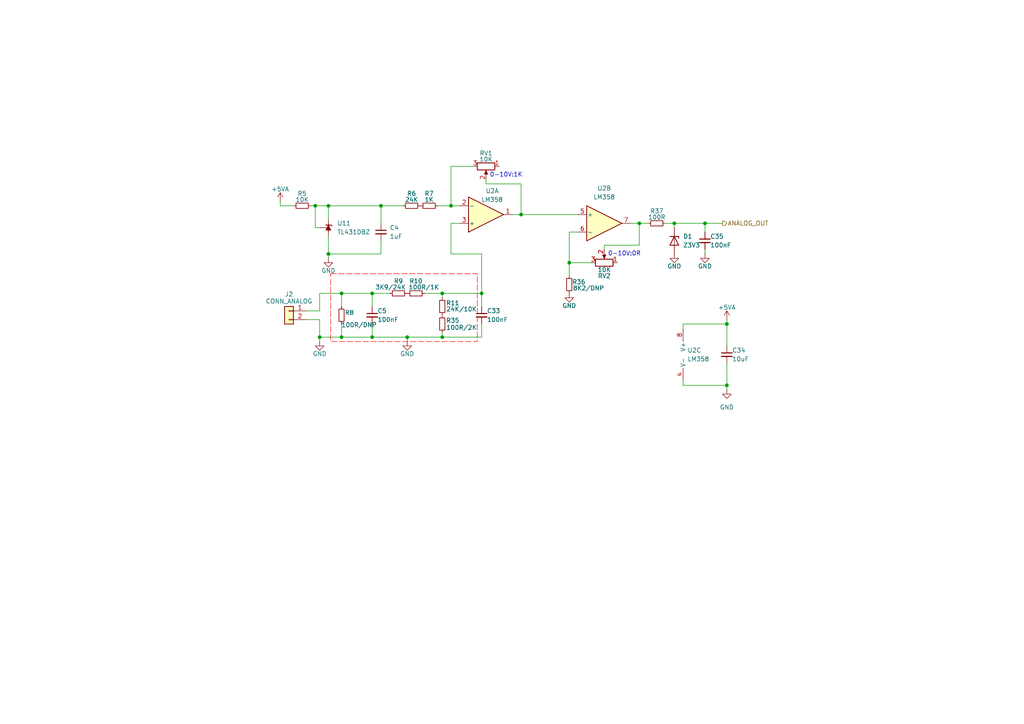
<source format=kicad_sch>
(kicad_sch (version 20231120) (generator "eeschema") (generator_version "8.0")
  (paper "A4")
  (lib_symbols
    (symbol "Amplifier_Operational:LM358" (pin_names (offset 0.127))
      (property "Reference" "U" (at 0 5.08 0))
      (property "Value" "LM358" (at 0 -5.08 0))
      (symbol "LM358_1_1"
        (polyline (pts (xy -5.08 5.08) (xy 5.08 0) (xy -5.08 -5.08) (xy -5.08 5.08)) (stroke (width 0.254)) (fill (type background)))
        (pin output line (at 7.62 0 180) (length 2.54) (name "~") (number "1"))
        (pin input line (at -7.62 -2.54 0) (length 2.54) (name "-") (number "2"))
        (pin input line (at -7.62 2.54 0) (length 2.54) (name "+") (number "3"))
      )
      (symbol "LM358_2_1"
        (polyline (pts (xy -5.08 5.08) (xy 5.08 0) (xy -5.08 -5.08) (xy -5.08 5.08)) (stroke (width 0.254)) (fill (type background)))
        (pin input line (at -7.62 2.54 0) (length 2.54) (name "+") (number "5"))
        (pin input line (at -7.62 -2.54 0) (length 2.54) (name "-") (number "6"))
        (pin output line (at 7.62 0 180) (length 2.54) (name "~") (number "7"))
      )
      (symbol "LM358_3_1"
        (pin power_in line (at -2.54 -7.62 90) (length 3.81) (name "V-") (number "4"))
        (pin power_in line (at -2.54 7.62 270) (length 3.81) (name "V+") (number "8"))
      )
    )
    (symbol "Connector_Generic:Conn_01x02" (pin_names (offset 1.016) hide)
      (property "Reference" "J" (at 0 2.54 0))
      (property "Value" "Conn_01x02" (at 0 -5.08 0))
      (symbol "Conn_01x02_1_1"
        (rectangle (start -1.27 -2.413) (end 0 -2.667) (stroke (width 0.1524)))
        (rectangle (start -1.27 0.127) (end 0 -0.127) (stroke (width 0.1524)))
        (rectangle (start -1.27 1.27) (end 1.27 -3.81) (stroke (width 0.254)) (fill (type background)))
        (pin passive line (at -5.08 0 0) (length 3.81) (name "Pin_1") (number "1"))
        (pin passive line (at -5.08 -2.54 0) (length 3.81) (name "Pin_2") (number "2"))
      )
    )
    (symbol "Device:C_Small" (pin_numbers hide) (pin_names (offset 0.254) hide)
      (property "Reference" "C" (at 0.254 1.778 0))
      (property "Value" "C_Small" (at 0.254 -2.032 0))
      (symbol "C_Small_0_1"
        (polyline (pts (xy -1.524 -0.508) (xy 1.524 -0.508)) (stroke (width 0.3302)))
        (polyline (pts (xy -1.524 0.508) (xy 1.524 0.508)) (stroke (width 0.3048)))
      )
      (symbol "C_Small_1_1"
        (pin passive line (at 0 2.54 270) (length 2.032) (name "~") (number "1"))
        (pin passive line (at 0 -2.54 90) (length 2.032) (name "~") (number "2"))
      )
    )
    (symbol "Device:R_Potentiometer" (pin_names (offset 1.016) hide)
      (property "Reference" "RV" (at -4.445 0 90))
      (property "Value" "R_Potentiometer" (at -2.54 0 90))
      (symbol "R_Potentiometer_0_1"
        (polyline (pts (xy 2.54 0) (xy 1.524 0)))
        (polyline (pts (xy 1.143 0) (xy 2.286 0.508) (xy 2.286 -0.508) (xy 1.143 0)) (fill (type outline)))
        (rectangle (start 1.016 2.54) (end -1.016 -2.54) (stroke (width 0.254)))
      )
      (symbol "R_Potentiometer_1_1"
        (pin passive line (at 0 3.81 270) (length 1.27) (name "1") (number "1"))
        (pin passive line (at 3.81 0 180) (length 1.27) (name "2") (number "2"))
        (pin passive line (at 0 -3.81 90) (length 1.27) (name "3") (number "3"))
      )
    )
    (symbol "Device:R_Small" (pin_numbers hide) (pin_names (offset 0.254) hide)
      (property "Reference" "R" (at 0.762 0.508 0))
      (property "Value" "R_Small" (at 0.762 -1.016 0))
      (symbol "R_Small_0_1"
        (rectangle (start -0.762 1.778) (end 0.762 -1.778) (stroke (width 0.2032)))
      )
      (symbol "R_Small_1_1"
        (pin passive line (at 0 2.54 270) (length 0.762) (name "~") (number "1"))
        (pin passive line (at 0 -2.54 90) (length 0.762) (name "~") (number "2"))
      )
    )
    (symbol "Diode:BZV55B3V3" (pin_numbers hide) (pin_names hide)
      (property "Reference" "D" (at 0 2.54 0))
      (property "Value" "BZV55B3V3" (at 0 -2.54 0))
      (symbol "BZV55B3V3_0_1"
        (polyline (pts (xy 1.27 0) (xy -1.27 0)))
        (polyline (pts (xy -1.27 -1.27) (xy -1.27 1.27) (xy -0.762 1.27)) (stroke (width 0.254)))
        (polyline (pts (xy 1.27 -1.27) (xy 1.27 1.27) (xy -1.27 0) (xy 1.27 -1.27)) (stroke (width 0.254)))
      )
      (symbol "BZV55B3V3_1_1"
        (pin passive line (at -3.81 0 0) (length 2.54) (name "K") (number "1"))
        (pin passive line (at 3.81 0 180) (length 2.54) (name "A") (number "2"))
      )
    )
    (symbol "Reference_Voltage:TL431DBZ" (pin_numbers hide) (pin_names hide)
      (property "Reference" "U" (at -2.54 2.54 0))
      (property "Value" "TL431DBZ" (at 0 -2.54 0))
      (symbol "TL431DBZ_0_1"
        (polyline (pts (xy -1.27 0) (xy 0 0) (xy 1.27 0)))
        (polyline (pts (xy -0.762 0.762) (xy 0.762 0) (xy -0.762 -0.762)) (fill (type outline)))
        (polyline (pts (xy 0.508 -1.016) (xy 0.762 -0.762) (xy 0.762 0.762) (xy 0.762 0.762)) (stroke (width 0.254)))
      )
      (symbol "TL431DBZ_1_1"
        (pin passive line (at 2.54 0 180) (length 2.54) (name "K") (number "1"))
        (pin passive line (at 0 2.54 270) (length 2.54) (name "REF") (number "2"))
        (pin passive line (at -2.54 0 0) (length 2.54) (name "A") (number "3"))
      )
    )
    (symbol "power:+5VA" (power) (pin_numbers hide) (pin_names (offset 0) hide)
      (property "Value" "+5VA" (at 0 3.556 0))
      (symbol "+5VA_0_1"
        (polyline (pts (xy -0.762 1.27) (xy 0 2.54)))
        (polyline (pts (xy 0 0) (xy 0 2.54)))
        (polyline (pts (xy 0 2.54) (xy 0.762 1.27)))
      )
      (symbol "+5VA_1_1"
        (pin power_in line (at 0 0 90) (length 0) (name "~") (number "1"))
      )
    )
    (symbol "power:GND" (power) (pin_numbers hide) (pin_names (offset 0) hide)
      (property "Value" "GND" (at 0 -3.81 0))
      (symbol "GND_0_1"
        (polyline (pts (xy 0 0) (xy 0 -1.27) (xy 1.27 -1.27) (xy 0 -2.54) (xy -1.27 -1.27) (xy 0 -1.27)))
      )
      (symbol "GND_1_1"
        (pin power_in line (at 0 0 270) (length 0) (name "~") (number "1"))
      )
    )
  )
  (junction (at 95.25 59.69))
  (junction (at 110.49 59.69))
  (junction (at 118.11 97.79))
  (junction (at 195.58 64.77))
  (junction (at 210.82 93.98))
  (junction (at 139.7 85.09))
  (junction (at 92.71 97.79))
  (junction (at 95.25 73.66))
  (junction (at 107.95 97.79))
  (junction (at 165.1 76.2))
  (junction (at 130.81 59.69))
  (junction (at 128.27 85.09))
  (junction (at 91.44 59.69))
  (junction (at 151.13 62.23))
  (junction (at 128.27 97.79))
  (junction (at 185.42 64.77))
  (junction (at 210.82 111.76))
  (junction (at 99.06 85.09))
  (junction (at 107.95 85.09))
  (junction (at 204.47 64.77))
  (junction (at 99.06 97.79))
  (wire (pts (xy 210.82 93.98) (xy 210.82 92.71)))
  (wire (pts (xy 95.25 73.66) (xy 95.25 74.93)))
  (wire (pts (xy 110.49 73.66) (xy 95.25 73.66)))
  (wire (pts (xy 107.95 93.98) (xy 107.95 97.79)))
  (wire (pts (xy 204.47 64.77) (xy 209.55 64.77)))
  (wire (pts (xy 110.49 59.69) (xy 95.25 59.69)))
  (wire (pts (xy 151.13 53.34) (xy 151.13 62.23)))
  (wire (pts (xy 92.71 90.17) (xy 92.71 85.09)))
  (wire (pts (xy 110.49 59.69) (xy 116.84 59.69)))
  (wire (pts (xy 137.16 48.26) (xy 130.81 48.26)))
  (wire (pts (xy 88.9 92.71) (xy 92.71 92.71)))
  (wire (pts (xy 185.42 71.12) (xy 185.42 64.77)))
  (wire (pts (xy 123.19 85.09) (xy 128.27 85.09)))
  (wire (pts (xy 91.44 59.69) (xy 95.25 59.69)))
  (wire (pts (xy 99.06 97.79) (xy 107.95 97.79)))
  (wire (pts (xy 99.06 85.09) (xy 107.95 85.09)))
  (wire (pts (xy 140.97 52.07) (xy 140.97 53.34)))
  (wire (pts (xy 91.44 66.04) (xy 91.44 59.69)))
  (wire (pts (xy 128.27 85.09) (xy 139.7 85.09)))
  (wire (pts (xy 139.7 93.98) (xy 139.7 97.79)))
  (wire (pts (xy 90.17 59.69) (xy 91.44 59.69)))
  (wire (pts (xy 165.1 76.2) (xy 165.1 80.01)))
  (wire (pts (xy 107.95 88.9) (xy 107.95 85.09)))
  (wire (pts (xy 210.82 93.98) (xy 210.82 100.33)))
  (wire (pts (xy 127 59.69) (xy 130.81 59.69)))
  (wire (pts (xy 92.71 85.09) (xy 99.06 85.09)))
  (wire (pts (xy 210.82 113.03) (xy 210.82 111.76)))
  (wire (pts (xy 139.7 73.66) (xy 130.81 73.66)))
  (wire (pts (xy 99.06 97.79) (xy 99.06 93.98)))
  (wire (pts (xy 165.1 76.2) (xy 171.45 76.2)))
  (wire (pts (xy 92.71 97.79) (xy 92.71 99.06)))
  (wire (pts (xy 92.71 66.04) (xy 91.44 66.04)))
  (wire (pts (xy 110.49 69.85) (xy 110.49 73.66)))
  (wire (pts (xy 107.95 85.09) (xy 113.03 85.09)))
  (wire (pts (xy 204.47 64.77) (xy 195.58 64.77)))
  (wire (pts (xy 185.42 64.77) (xy 182.88 64.77)))
  (wire (pts (xy 81.28 58.42) (xy 81.28 59.69)))
  (wire (pts (xy 118.11 97.79) (xy 118.11 99.06)))
  (wire (pts (xy 140.97 53.34) (xy 151.13 53.34)))
  (wire (pts (xy 139.7 73.66) (xy 139.7 85.09)))
  (wire (pts (xy 165.1 67.31) (xy 165.1 76.2)))
  (wire (pts (xy 130.81 59.69) (xy 133.35 59.69)))
  (wire (pts (xy 81.28 59.69) (xy 85.09 59.69)))
  (wire (pts (xy 92.71 97.79) (xy 99.06 97.79)))
  (wire (pts (xy 195.58 64.77) (xy 193.04 64.77)))
  (wire (pts (xy 88.9 90.17) (xy 92.71 90.17)))
  (wire (pts (xy 198.12 93.98) (xy 210.82 93.98)))
  (wire (pts (xy 175.26 71.12) (xy 185.42 71.12)))
  (wire (pts (xy 139.7 97.79) (xy 128.27 97.79)))
  (wire (pts (xy 151.13 62.23) (xy 148.59 62.23)))
  (wire (pts (xy 130.81 64.77) (xy 130.81 73.66)))
  (wire (pts (xy 204.47 72.39) (xy 204.47 73.66)))
  (wire (pts (xy 165.1 67.31) (xy 167.64 67.31)))
  (wire (pts (xy 128.27 96.52) (xy 128.27 97.79)))
  (wire (pts (xy 99.06 85.09) (xy 99.06 88.9)))
  (wire (pts (xy 210.82 111.76) (xy 198.12 111.76)))
  (wire (pts (xy 118.11 97.79) (xy 107.95 97.79)))
  (wire (pts (xy 151.13 62.23) (xy 167.64 62.23)))
  (wire (pts (xy 118.11 97.79) (xy 128.27 97.79)))
  (wire (pts (xy 95.25 68.58) (xy 95.25 73.66)))
  (wire (pts (xy 110.49 64.77) (xy 110.49 59.69)))
  (wire (pts (xy 95.25 59.69) (xy 95.25 63.5)))
  (wire (pts (xy 130.81 48.26) (xy 130.81 59.69)))
  (wire (pts (xy 175.26 72.39) (xy 175.26 71.12)))
  (wire (pts (xy 198.12 93.98) (xy 198.12 95.25)))
  (wire (pts (xy 185.42 64.77) (xy 187.96 64.77)))
  (wire (pts (xy 92.71 92.71) (xy 92.71 97.79)))
  (wire (pts (xy 204.47 67.31) (xy 204.47 64.77)))
  (wire (pts (xy 133.35 64.77) (xy 130.81 64.77)))
  (wire (pts (xy 128.27 86.36) (xy 128.27 85.09)))
  (wire (pts (xy 195.58 66.04) (xy 195.58 64.77)))
  (wire (pts (xy 139.7 88.9) (xy 139.7 85.09)))
  (wire (pts (xy 198.12 111.76) (xy 198.12 110.49)))
  (wire (pts (xy 210.82 105.41) (xy 210.82 111.76)))
  (rectangle (start 95.885 79.375) (end 138.43 99.06) (stroke (width 0) (type dash) (color 255 0 0 1)))
  (text "0-10V:0R" (at 181.102 73.66 0) (effects (font (size 1.27 1.27))))
  (text "0-10V:1K" (at 146.812 50.8 0) (effects (font (size 1.27 1.27))))
  (hierarchical_label "ANALOG_OUT" (shape output) (at 209.55 64.77 0))
  (symbol (lib_id "Device:R_Small") (at 165.1 82.55 0) (mirror x) (unit 1)
    (property "Reference" "R36" (at 167.894 81.788 0))
    (property "Value" "8K2/DNP" (at 170.688 83.566 0))
    (property "Footprint" "Footprints:R_0603" (effects (hide yes)))
    (property "Description" "Resistor, small symbol" (effects (hide yes)))
  )
  (symbol (lib_id "power:GND") (at 204.47 73.66 0) (unit 1)
    (property "Reference" "#PWR047" (effects (hide yes)))
    (property "Value" "GND" (at 204.47 77.216 0))
    (property "Description" "Power symbol creates a global label with name \"GND\" , ground" (effects (hide yes)))
  )
  (symbol (lib_id "Connector_Generic:Conn_01x02") (at 83.82 90.17 0) (mirror y) (unit 1)
    (property "Reference" "J2" (at 83.82 85.344 0))
    (property "Value" "CONN_ANALOG" (at 83.82 87.376 0))
    (property "Footprint" "Connector_Phoenix_MC:PhoenixContact_MC_1,5_2-G-3.81_1x02_P3.81mm_Horizontal" (effects (hide yes)))
    (property "Description" "Generic connector, single row, 01x02, script generated (kicad-library-utils/schlib/autogen/connector/)" (effects (hide yes)))
  )
  (symbol (lib_id "power:GND") (at 195.58 73.66 0) (unit 1)
    (property "Reference" "#PWR018" (effects (hide yes)))
    (property "Value" "GND" (at 195.58 77.216 0))
    (property "Description" "Power symbol creates a global label with name \"GND\" , ground" (effects (hide yes)))
  )
  (symbol (lib_id "Amplifier_Operational:LM358") (at 200.66 102.87 0) (unit 3)
    (property "Reference" "U2" (at 199.39 101.5999 0) (effects (justify left)))
    (property "Value" "LM358" (at 199.39 104.1399 0) (effects (justify left)))
    (property "Footprint" "Footprints:SOIC-8" (effects (hide yes)))
    (property "Datasheet" "http://www.ti.com/lit/ds/symlink/lm2904-n.pdf" (effects (hide yes)))
    (property "Description" "Low-Power, Dual Operational Amplifiers, DIP-8/SOIC-8/TO-99-8" (effects (hide yes)))
  )
  (symbol (lib_id "Device:R_Potentiometer") (at 140.97 48.26 270) (unit 1)
    (property "Reference" "RV1" (at 140.97 44.45 90))
    (property "Value" "10K" (at 140.97 46.228 90))
    (property "Footprint" "Potentiometer_THT:Potentiometer_Bourns_3296W_Vertical" (effects (hide yes)))
    (property "Description" "Potentiometer" (effects (hide yes)))
  )
  (symbol (lib_id "Device:R_Small") (at 119.38 59.69 90) (unit 1)
    (property "Reference" "R6" (at 119.38 56.134 90))
    (property "Value" "24K" (at 119.38 57.912 90))
    (property "Footprint" "Footprints:R_0603" (effects (hide yes)))
    (property "Description" "Resistor, small symbol" (effects (hide yes)))
  )
  (symbol (lib_id "Device:C_Small") (at 204.47 69.85 0) (unit 1)
    (property "Reference" "C35" (at 205.994 68.58 0) (effects (justify left)))
    (property "Value" "100nF" (at 205.994 71.12 0) (effects (justify left)))
    (property "Footprint" "Footprints:C_0603" (effects (hide yes)))
    (property "Description" "Unpolarized capacitor, small symbol" (effects (hide yes)))
  )
  (symbol (lib_id "power:+5VA") (at 81.28 58.42 0) (unit 1)
    (property "Reference" "#PWR013" (effects (hide yes)))
    (property "Value" "+5VA" (at 81.28 54.864 0))
    (property "Description" "Power symbol creates a global label with name \"+5VA\"" (effects (hide yes)))
  )
  (symbol (lib_id "power:GND") (at 210.82 113.03 0) (unit 1)
    (property "Reference" "#PWR011" (effects (hide yes)))
    (property "Value" "GND" (at 210.82 118.11 0))
    (property "Description" "Power symbol creates a global label with name \"GND\" , ground" (effects (hide yes)))
  )
  (symbol (lib_id "power:+5VA") (at 210.82 92.71 0) (unit 1)
    (property "Reference" "#PWR014" (effects (hide yes)))
    (property "Value" "+5VA" (at 210.82 89.154 0))
    (property "Description" "Power symbol creates a global label with name \"+5VA\"" (effects (hide yes)))
  )
  (symbol (lib_id "Device:C_Small") (at 210.82 102.87 0) (unit 1)
    (property "Reference" "C34" (at 212.344 101.6 0) (effects (justify left)))
    (property "Value" "10uF" (at 212.344 104.14 0) (effects (justify left)))
    (property "Footprint" "Footprints:C_0603" (effects (hide yes)))
    (property "Description" "Unpolarized capacitor, small symbol" (effects (hide yes)))
  )
  (symbol (lib_id "Device:R_Small") (at 99.06 91.44 0) (mirror x) (unit 1)
    (property "Reference" "R8" (at 101.346 90.678 0))
    (property "Value" "100R/DNP" (at 104.14 94.234 0))
    (property "Footprint" "Footprints:R_0805" (effects (hide yes)))
    (property "Description" "Resistor, small symbol" (effects (hide yes)))
  )
  (symbol (lib_id "Device:R_Small") (at 115.57 85.09 90) (unit 1)
    (property "Reference" "R9" (at 115.57 81.534 90))
    (property "Value" "3K9/24K" (at 113.284 83.312 90))
    (property "Footprint" "Footprints:R_0603" (effects (hide yes)))
    (property "Description" "Resistor, small symbol" (effects (hide yes)))
  )
  (symbol (lib_id "Device:R_Small") (at 128.27 88.9 0) (unit 1)
    (property "Reference" "R11" (at 131.318 87.884 0))
    (property "Value" "24K/10K" (at 133.858 89.662 0))
    (property "Footprint" "Footprints:R_0603" (effects (hide yes)))
    (property "Description" "Resistor, small symbol" (effects (hide yes)))
  )
  (symbol (lib_id "Amplifier_Operational:LM358") (at 140.97 62.23 0) (mirror x) (unit 1)
    (property "Reference" "U2" (at 142.748 55.372 0))
    (property "Value" "LM358" (at 142.748 57.912 0))
    (property "Footprint" "Footprints:SOIC-8" (effects (hide yes)))
    (property "Datasheet" "http://www.ti.com/lit/ds/symlink/lm2904-n.pdf" (effects (hide yes)))
    (property "Description" "Low-Power, Dual Operational Amplifiers, DIP-8/SOIC-8/TO-99-8" (effects (hide yes)))
  )
  (symbol (lib_id "Device:R_Small") (at 190.5 64.77 90) (unit 1)
    (property "Reference" "R37" (at 190.5 61.214 90))
    (property "Value" "100R" (at 190.5 62.992 90))
    (property "Footprint" "Footprints:R_0603" (effects (hide yes)))
    (property "Description" "Resistor, small symbol" (effects (hide yes)))
  )
  (symbol (lib_id "power:GND") (at 165.1 85.09 0) (unit 1)
    (property "Reference" "#PWR017" (effects (hide yes)))
    (property "Value" "GND" (at 165.1 88.646 0))
    (property "Description" "Power symbol creates a global label with name \"GND\" , ground" (effects (hide yes)))
  )
  (symbol (lib_id "Device:R_Small") (at 87.63 59.69 90) (unit 1)
    (property "Reference" "R5" (at 87.63 56.134 90))
    (property "Value" "10K" (at 87.63 57.912 90))
    (property "Footprint" "Footprints:R_0603" (effects (hide yes)))
    (property "Description" "Resistor, small symbol" (effects (hide yes)))
  )
  (symbol (lib_id "Device:R_Small") (at 128.27 93.98 0) (unit 1)
    (property "Reference" "R35" (at 131.318 92.964 0))
    (property "Value" "100R/2K" (at 133.858 94.996 0))
    (property "Footprint" "Footprints:R_0603" (effects (hide yes)))
    (property "Description" "Resistor, small symbol" (effects (hide yes)))
  )
  (symbol (lib_id "Device:R_Potentiometer") (at 175.26 76.2 270) (mirror x) (unit 1)
    (property "Reference" "RV2" (at 175.26 80.01 90))
    (property "Value" "10K" (at 175.26 78.232 90))
    (property "Footprint" "Potentiometer_THT:Potentiometer_Bourns_3296W_Vertical" (effects (hide yes)))
    (property "Description" "Potentiometer" (effects (hide yes)))
  )
  (symbol (lib_id "power:GND") (at 118.11 99.06 0) (unit 1)
    (property "Reference" "#PWR016" (effects (hide yes)))
    (property "Value" "GND" (at 118.11 102.616 0))
    (property "Description" "Power symbol creates a global label with name \"GND\" , ground" (effects (hide yes)))
  )
  (symbol (lib_id "Device:R_Small") (at 120.65 85.09 90) (unit 1)
    (property "Reference" "R10" (at 120.65 81.534 90))
    (property "Value" "100R/1K" (at 122.936 83.312 90))
    (property "Footprint" "Footprints:R_0603" (effects (hide yes)))
    (property "Description" "Resistor, small symbol" (effects (hide yes)))
  )
  (symbol (lib_id "Diode:BZV55B3V3") (at 195.58 69.85 270) (unit 1)
    (property "Reference" "D1" (at 198.12 68.58 90) (effects (justify left)))
    (property "Value" "Z3V3" (at 198.12 71.12 90) (effects (justify left)))
    (property "Footprint" "Footprints:D_MiniMELF" (effects (hide yes)))
    (property "Datasheet" "https://assets.nexperia.com/documents/data-sheet/BZV55_SER.pdf" (effects (hide yes)))
    (property "Description" "3.3V, 500mW, 2%, Zener diode, MiniMELF" (effects (hide yes)))
  )
  (symbol (lib_id "power:GND") (at 95.25 74.93 0) (unit 1)
    (property "Reference" "#PWR012" (effects (hide yes)))
    (property "Value" "GND" (at 95.25 78.486 0))
    (property "Description" "Power symbol creates a global label with name \"GND\" , ground" (effects (hide yes)))
  )
  (symbol (lib_id "Amplifier_Operational:LM358") (at 175.26 64.77 0) (unit 2)
    (property "Reference" "U2" (at 175.26 54.61 0))
    (property "Value" "LM358" (at 175.26 57.15 0))
    (property "Footprint" "Footprints:SOIC-8" (effects (hide yes)))
    (property "Datasheet" "http://www.ti.com/lit/ds/symlink/lm2904-n.pdf" (effects (hide yes)))
    (property "Description" "Low-Power, Dual Operational Amplifiers, DIP-8/SOIC-8/TO-99-8" (effects (hide yes)))
  )
  (symbol (lib_id "Device:C_Small") (at 139.7 91.44 0) (unit 1)
    (property "Reference" "C33" (at 141.224 90.17 0) (effects (justify left)))
    (property "Value" "100nF" (at 141.224 92.71 0) (effects (justify left)))
    (property "Footprint" "Footprints:C_0603" (effects (hide yes)))
    (property "Description" "Unpolarized capacitor, small symbol" (effects (hide yes)))
  )
  (symbol (lib_id "Device:C_Small") (at 110.49 67.31 0) (unit 1)
    (property "Reference" "C4" (at 113.03 66.0462 0) (effects (justify left)))
    (property "Value" "1uF" (at 113.03 68.5862 0) (effects (justify left)))
    (property "Footprint" "Footprints:C_0603" (effects (hide yes)))
    (property "Description" "Unpolarized capacitor, small symbol" (effects (hide yes)))
  )
  (symbol (lib_id "power:GND") (at 92.71 99.06 0) (unit 1)
    (property "Reference" "#PWR015" (effects (hide yes)))
    (property "Value" "GND" (at 92.71 102.616 0))
    (property "Description" "Power symbol creates a global label with name \"GND\" , ground" (effects (hide yes)))
  )
  (symbol (lib_id "Device:R_Small") (at 124.46 59.69 90) (unit 1)
    (property "Reference" "R7" (at 124.46 56.134 90))
    (property "Value" "1K" (at 124.46 57.912 90))
    (property "Footprint" "Footprints:R_0603" (effects (hide yes)))
    (property "Description" "Resistor, small symbol" (effects (hide yes)))
  )
  (symbol (lib_id "Reference_Voltage:TL431DBZ") (at 95.25 66.04 90) (unit 1)
    (property "Reference" "U11" (at 97.79 64.7699 90) (effects (justify right)))
    (property "Value" "TL431DBZ" (at 97.79 67.3099 90) (effects (justify right)))
    (property "Footprint" "Footprints:SOT23-3" (effects (hide yes)))
    (property "Datasheet" "http://www.ti.com/lit/ds/symlink/tl431.pdf" (effects (hide yes)))
    (property "Description" "Shunt Regulator, SOT-23" (effects (hide yes)))
  )
  (symbol (lib_id "Device:C_Small") (at 107.95 91.44 0) (unit 1)
    (property "Reference" "C5" (at 109.474 90.17 0) (effects (justify left)))
    (property "Value" "100nF" (at 109.474 92.71 0) (effects (justify left)))
    (property "Footprint" "Footprints:C_0603" (effects (hide yes)))
    (property "Description" "Unpolarized capacitor, small symbol" (effects (hide yes)))
  )
)
</source>
